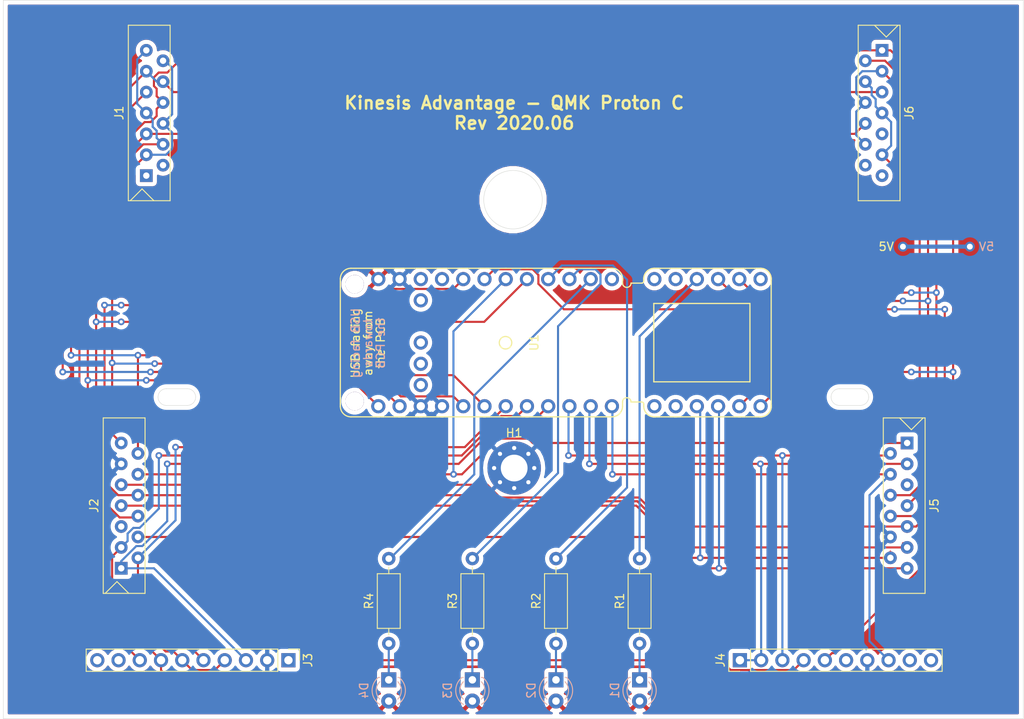
<source format=kicad_pcb>
(kicad_pcb (version 20171130) (host pcbnew "(5.1.6-0-10_14)")
  (layers (0 F.Cu signal) (31 B.Cu signal) (34 B.Paste user) (35 F.Paste user) (36 B.SilkS user) (37 F.SilkS user) (38 B.Mask user) (39 F.Mask user hide) (44 Edge.Cuts user))
  (net 0 "")
  (net 1 "Net-(D1-Pad2)")
  (net 2 "Net-(D1-Pad1)")
  (net 3 "Net-(D2-Pad1)")
  (net 4 "Net-(D3-Pad1)")
  (net 5 "Net-(D4-Pad1)")
  (net 6 "Net-(R1-Pad2)")
  (net 7 "Net-(R2-Pad2)")
  (net 8 "Net-(R3-Pad2)")
  (net 9 "Net-(R4-Pad2)")
  (net 10 "Net-(J1-Pad9)")
  (net 11 "Net-(J2-Pad10)")
  (net 12 "Net-(J2-Pad9)")
  (net 13 "Net-(J2-Pad8)")
  (net 14 "Net-(J5-Pad6)")
  (net 15 "Net-(J2-Pad4)")
  (net 16 "Net-(J4-Pad1)")
  (net 17 "Net-(J1-Pad5)")
  (net 18 "Net-(J4-Pad3)")
  (net 19 GND)
  (net 20 "Net-(J2-Pad3)")
  (net 21 "Net-(J2-Pad2)")
  (net 22 "Net-(J2-Pad1)")
  (net 23 "Net-(J5-Pad7)")
  (net 24 "Net-(J5-Pad8)")
  (net 25 "Net-(J2-Pad7)")
  (net 26 "Net-(J1-Pad13)")
  (net 27 "Net-(J1-Pad12)")
  (net 28 "Net-(J1-Pad10)")
  (net 29 "Net-(J1-Pad8)")
  (net 30 "Net-(J4-Pad8)")
  (module Molex_FPC:Molex_FFC-FPC_Easy-On_39-53-2135_13-Contact_Vertical (layer F.Cu) (at 194 38 270)
    (fp_text reference J6 (at 7.5 -3.25 270) (layer F.SilkS))
    (fp_text value "Left Function")
    (pad 1 thru_hole rect (at 0 0 270) (size 1.524 1.524) (drill 0.762) (layers *.Cu *.Mask) (net 29 "Net-(J1-Pad8)"))
    (pad 2 thru_hole circle (at 1.25 2 270) (size 1.524 1.524) (drill 0.762) (layers *.Cu *.Mask) (net 24 "Net-(J5-Pad8)"))
    (pad 3 thru_hole circle (at 2.5 0 270) (size 1.524 1.524) (drill 0.762) (layers *.Cu *.Mask) (net 23 "Net-(J5-Pad7)"))
    (pad 4 thru_hole circle (at 3.75 2 270) (size 1.524 1.524) (drill 0.762) (layers *.Cu *.Mask) (net 14 "Net-(J5-Pad6)"))
    (pad 5 thru_hole circle (at 5 0 270) (size 1.524 1.524) (drill 0.762) (layers *.Cu *.Mask) (net 28 "Net-(J1-Pad10)"))
    (pad 6 thru_hole circle (at 6.25 2 270) (size 1.524 1.524) (drill 0.762) (layers *.Cu *.Mask) (net 23 "Net-(J5-Pad7)"))
    (pad 7 thru_hole circle (at 7.5 0 270) (size 1.524 1.524) (drill 0.762) (layers *.Cu *.Mask) (net 14 "Net-(J5-Pad6)"))
    (pad 8 thru_hole circle (at 8.75 2 270) (size 1.524 1.524) (drill 0.762) (layers *.Cu *.Mask) (net 17 "Net-(J1-Pad5)"))
    (pad 9 thru_hole circle (at 10 0 270) (size 1.524 1.524) (drill 0.762) (layers *.Cu *.Mask))
    (pad 10 thru_hole circle (at 11.25 2 270) (size 1.524 1.524) (drill 0.762) (layers *.Cu *.Mask) (net 23 "Net-(J5-Pad7)"))
    (pad 11 thru_hole circle (at 12.5 0 270) (size 1.524 1.524) (drill 0.762) (layers *.Cu *.Mask) (net 14 "Net-(J5-Pad6)"))
    (pad 12 thru_hole circle (at 13.75 2 270) (size 1.524 1.524) (drill 0.762) (layers *.Cu *.Mask))
    (pad 13 thru_hole circle (at 15 0 270) (size 1.524 1.524) (drill 0.762) (layers *.Cu *.Mask))
  )
  (module Molex_FPC:Molex_FFC-FPC_Easy-On_39-53-2135_13-Contact_Vertical (layer F.Cu) (at 197 85 270)
    (fp_text reference J5 (at 7.5 -3.25 270) (layer F.SilkS))
    (fp_text value "Left Main")
    (pad 1 thru_hole rect (at 0 0 270) (size 1.524 1.524) (drill 0.762) (layers *.Cu *.Mask) (net 11 "Net-(J2-Pad10)"))
    (pad 2 thru_hole circle (at 1.25 2 270) (size 1.524 1.524) (drill 0.762) (layers *.Cu *.Mask) (net 18 "Net-(J4-Pad3)"))
    (pad 3 thru_hole circle (at 2.5 0 270) (size 1.524 1.524) (drill 0.762) (layers *.Cu *.Mask) (net 16 "Net-(J4-Pad1)"))
    (pad 4 thru_hole circle (at 3.75 2 270) (size 1.524 1.524) (drill 0.762) (layers *.Cu *.Mask) (net 30 "Net-(J4-Pad8)"))
    (pad 5 thru_hole circle (at 5 0 270) (size 1.524 1.524) (drill 0.762) (layers *.Cu *.Mask))
    (pad 6 thru_hole circle (at 6.25 2 270) (size 1.524 1.524) (drill 0.762) (layers *.Cu *.Mask) (net 14 "Net-(J5-Pad6)"))
    (pad 7 thru_hole circle (at 7.5 0 270) (size 1.524 1.524) (drill 0.762) (layers *.Cu *.Mask) (net 23 "Net-(J5-Pad7)"))
    (pad 8 thru_hole circle (at 8.75 2 270) (size 1.524 1.524) (drill 0.762) (layers *.Cu *.Mask) (net 24 "Net-(J5-Pad8)"))
    (pad 9 thru_hole circle (at 10 0 270) (size 1.524 1.524) (drill 0.762) (layers *.Cu *.Mask) (net 12 "Net-(J2-Pad9)"))
    (pad 10 thru_hole circle (at 11.25 2 270) (size 1.524 1.524) (drill 0.762) (layers *.Cu *.Mask) (net 19 GND))
    (pad 11 thru_hole circle (at 12.5 0 270) (size 1.524 1.524) (drill 0.762) (layers *.Cu *.Mask) (net 13 "Net-(J2-Pad8)"))
    (pad 12 thru_hole circle (at 13.75 2 270) (size 1.524 1.524) (drill 0.762) (layers *.Cu *.Mask) (net 25 "Net-(J2-Pad7)"))
    (pad 13 thru_hole circle (at 15 0 270) (size 1.524 1.524) (drill 0.762) (layers *.Cu *.Mask) (net 15 "Net-(J2-Pad4)"))
  )
  (module Molex_FPC:Molex_FFC-FPC_Easy-On_39-53-2135_13-Contact_Vertical (layer F.Cu) (at 103 100 90)
    (fp_text reference J2 (at 7.5 -3.25 -90) (layer F.SilkS))
    (fp_text value "Right Main")
    (pad 1 thru_hole rect (at 0 0 90) (size 1.524 1.524) (drill 0.762) (layers *.Cu *.Mask) (net 22 "Net-(J2-Pad1)"))
    (pad 2 thru_hole circle (at 1.25 2 90) (size 1.524 1.524) (drill 0.762) (layers *.Cu *.Mask) (net 21 "Net-(J2-Pad2)"))
    (pad 3 thru_hole circle (at 2.5 0 90) (size 1.524 1.524) (drill 0.762) (layers *.Cu *.Mask) (net 20 "Net-(J2-Pad3)"))
    (pad 4 thru_hole circle (at 3.75 2 90) (size 1.524 1.524) (drill 0.762) (layers *.Cu *.Mask) (net 15 "Net-(J2-Pad4)"))
    (pad 5 thru_hole circle (at 5 0 90) (size 1.524 1.524) (drill 0.762) (layers *.Cu *.Mask))
    (pad 6 thru_hole circle (at 6.25 2 90) (size 1.524 1.524) (drill 0.762) (layers *.Cu *.Mask) (net 26 "Net-(J1-Pad13)"))
    (pad 7 thru_hole circle (at 7.5 0 90) (size 1.524 1.524) (drill 0.762) (layers *.Cu *.Mask) (net 25 "Net-(J2-Pad7)"))
    (pad 8 thru_hole circle (at 8.75 2 90) (size 1.524 1.524) (drill 0.762) (layers *.Cu *.Mask) (net 13 "Net-(J2-Pad8)"))
    (pad 9 thru_hole circle (at 10 0 90) (size 1.524 1.524) (drill 0.762) (layers *.Cu *.Mask) (net 12 "Net-(J2-Pad9)"))
    (pad 10 thru_hole circle (at 11.25 2 90) (size 1.524 1.524) (drill 0.762) (layers *.Cu *.Mask) (net 11 "Net-(J2-Pad10)"))
    (pad 11 thru_hole circle (at 12.5 0 90) (size 1.524 1.524) (drill 0.762) (layers *.Cu *.Mask) (net 19 GND))
    (pad 12 thru_hole circle (at 13.75 2 90) (size 1.524 1.524) (drill 0.762) (layers *.Cu *.Mask) (net 10 "Net-(J1-Pad9)"))
    (pad 13 thru_hole circle (at 15 0 90) (size 1.524 1.524) (drill 0.762) (layers *.Cu *.Mask) (net 27 "Net-(J1-Pad12)"))
  )
  (module Molex_FPC:Molex_FFC-FPC_Easy-On_39-53-2135_13-Contact_Vertical (layer F.Cu) (at 106 53 90)
    (fp_text reference J1 (at 7.5 -3.25 -90) (layer F.SilkS))
    (fp_text value "Right Function")
    (pad 1 thru_hole rect (at 0 0 90) (size 1.524 1.524) (drill 0.762) (layers *.Cu *.Mask))
    (pad 2 thru_hole circle (at 1.25 2 90) (size 1.524 1.524) (drill 0.762) (layers *.Cu *.Mask))
    (pad 3 thru_hole circle (at 2.5 0 90) (size 1.524 1.524) (drill 0.762) (layers *.Cu *.Mask) (net 27 "Net-(J1-Pad12)"))
    (pad 4 thru_hole circle (at 3.75 2 90) (size 1.524 1.524) (drill 0.762) (layers *.Cu *.Mask) (net 26 "Net-(J1-Pad13)"))
    (pad 5 thru_hole circle (at 5 0 90) (size 1.524 1.524) (drill 0.762) (layers *.Cu *.Mask) (net 17 "Net-(J1-Pad5)"))
    (pad 6 thru_hole circle (at 6.25 2 90) (size 1.524 1.524) (drill 0.762) (layers *.Cu *.Mask) (net 27 "Net-(J1-Pad12)"))
    (pad 7 thru_hole circle (at 7.5 0 90) (size 1.524 1.524) (drill 0.762) (layers *.Cu *.Mask) (net 26 "Net-(J1-Pad13)"))
    (pad 8 thru_hole circle (at 8.75 2 90) (size 1.524 1.524) (drill 0.762) (layers *.Cu *.Mask) (net 29 "Net-(J1-Pad8)"))
    (pad 9 thru_hole circle (at 10 0 90) (size 1.524 1.524) (drill 0.762) (layers *.Cu *.Mask) (net 10 "Net-(J1-Pad9)"))
    (pad 10 thru_hole circle (at 11.25 2 90) (size 1.524 1.524) (drill 0.762) (layers *.Cu *.Mask) (net 28 "Net-(J1-Pad10)"))
    (pad 11 thru_hole circle (at 12.5 0 90) (size 1.524 1.524) (drill 0.762) (layers *.Cu *.Mask) (net 28 "Net-(J1-Pad10)"))
    (pad 12 thru_hole circle (at 13.75 2 90) (size 1.524 1.524) (drill 0.762) (layers *.Cu *.Mask) (net 27 "Net-(J1-Pad12)"))
    (pad 13 thru_hole circle (at 15 0 90) (size 1.524 1.524) (drill 0.762) (layers *.Cu *.Mask) (net 26 "Net-(J1-Pad13)"))
  )
  (module MountingHole:MountingHole_3.2mm_M3_Pad_Via (layer F.Cu) (at 150 88)
    (fp_text reference H1 (at 0 -4.2) (layer F.SilkS))
    (fp_text value MountingHole_Pad)
    (pad 1 thru_hole circle (at 1.697056 -1.697056) (size 0.8 0.8) (drill 0.5) (layers *.Cu *.Mask) (net 19 GND))
    (pad 1 thru_hole circle (at 0 -2.4) (size 0.8 0.8) (drill 0.5) (layers *.Cu *.Mask) (net 19 GND))
    (pad 1 thru_hole circle (at -1.697056 -1.697056) (size 0.8 0.8) (drill 0.5) (layers *.Cu *.Mask) (net 19 GND))
    (pad 1 thru_hole circle (at -2.4 0) (size 0.8 0.8) (drill 0.5) (layers *.Cu *.Mask) (net 19 GND))
    (pad 1 thru_hole circle (at -1.697056 1.697056) (size 0.8 0.8) (drill 0.5) (layers *.Cu *.Mask) (net 19 GND))
    (pad 1 thru_hole circle (at 0 2.4) (size 0.8 0.8) (drill 0.5) (layers *.Cu *.Mask) (net 19 GND))
    (pad 1 thru_hole circle (at 1.697056 1.697056) (size 0.8 0.8) (drill 0.5) (layers *.Cu *.Mask) (net 19 GND))
    (pad 1 thru_hole circle (at 2.4 0) (size 0.8 0.8) (drill 0.5) (layers *.Cu *.Mask) (net 19 GND))
    (pad 1 thru_hole circle (at 0 0) (size 6.4 6.4) (drill 3.2) (layers *.Cu *.Mask) (net 19 GND))
  )
  (module MCU_QMK:proton_c (layer F.Cu) (at 149 73 90)
    (fp_text reference U1 (at 0.01 3.39 90) (layer F.SilkS))
    (fp_text value proton_c)
    (fp_text user "USB facing" (at -0.05 -17.98 90) (layer F.SilkS))
    (fp_text user "USB facing" (at -0.05 -17.98 90) (layer B.SilkS) (effects (justify mirror)))
    (fp_text user towards (at -0.05 -16.48 90) (layer B.SilkS) (effects (justify mirror)))
    (fp_text user "the PCB" (at -0.05 -14.98 90) (layer F.SilkS))
    (fp_text user "away from" (at -0.05 -16.48 90) (layer F.SilkS))
    (fp_text user "the PCB" (at -0.05 -14.98 90) (layer B.SilkS) (effects (justify mirror)))
    (pad 5V thru_hole circle (at 7.615 -15.25 90) (size 1.7 1.7) (drill 1) (layers *.Cu *.Mask) (net 1 "Net-(D1-Pad2)"))
    (pad A10 thru_hole circle (at -7.6 -12.71 90) (size 1.7 1.7) (drill 1) (layers *.Cu *.Mask) (net 28 "Net-(J1-Pad10)"))
    (pad SCRE thru_hole circle (at 7.005 -18.0748 90) (size 2.2 2.2) (drill 2.2) (layers *.Cu *.Mask))
    (pad SCRE thru_hole circle (at -6.9904 -18.0748 90) (size 2.2 2.2) (drill 2.2) (layers *.Cu *.Mask))
    (pad A9 thru_hole circle (at -7.6 -15.25 90) (size 1.7 1.7) (drill 1) (layers *.Cu *.Mask) (net 17 "Net-(J1-Pad5)"))
    (pad D+ thru_hole circle (at -5.06 -10.17 90) (size 1.7 1.7) (drill 1) (layers *.Cu *.Mask))
    (pad GND thru_hole circle (at -7.6 -10.17 90) (size 1.7 1.7) (drill 1) (layers *.Cu *.Mask) (net 19 GND))
    (pad GND thru_hole circle (at -7.6 -7.63 90) (size 1.7 1.7) (drill 1) (layers *.Cu *.Mask) (net 19 GND))
    (pad B7 thru_hole circle (at -7.6 -5.09 90) (size 1.7 1.7) (drill 1) (layers *.Cu *.Mask) (net 27 "Net-(J1-Pad12)"))
    (pad B6 thru_hole circle (at -7.6 -2.55 90) (size 1.7 1.7) (drill 1) (layers *.Cu *.Mask) (net 10 "Net-(J1-Pad9)"))
    (pad D- thru_hole circle (at -2.52 -10.17 90) (size 1.7 1.7) (drill 1) (layers *.Cu *.Mask))
    (pad CHRG thru_hole circle (at 0.02 -10.17 90) (size 1.7 1.7) (drill 1) (layers *.Cu *.Mask))
    (pad B5 thru_hole circle (at -7.6 -0.01 90) (size 1.7 1.7) (drill 1) (layers *.Cu *.Mask) (net 21 "Net-(J2-Pad2)"))
    (pad B4 thru_hole circle (at -7.6 2.53 90) (size 1.7 1.7) (drill 1) (layers *.Cu *.Mask) (net 20 "Net-(J2-Pad3)"))
    (pad B3 thru_hole circle (at -7.6 5.07 90) (size 1.7 1.7) (drill 1) (layers *.Cu *.Mask) (net 22 "Net-(J2-Pad1)"))
    (pad B2 thru_hole circle (at -7.6 7.61 90) (size 1.7 1.7) (drill 1) (layers *.Cu *.Mask) (net 18 "Net-(J4-Pad3)"))
    (pad B1 thru_hole circle (at -7.6 10.15 90) (size 1.7 1.7) (drill 1) (layers *.Cu *.Mask) (net 16 "Net-(J4-Pad1)"))
    (pad B0 thru_hole circle (at -7.6 12.69 90) (size 1.7 1.7) (drill 1) (layers *.Cu *.Mask) (net 30 "Net-(J4-Pad8)"))
    (pad A5 thru_hole circle (at -7.6 20.31 90) (size 1.7 1.7) (drill 1) (layers *.Cu *.Mask))
    (pad A7 thru_hole circle (at -7.6 25.39 90) (size 1.7 1.7) (drill 1) (layers *.Cu *.Mask) (net 15 "Net-(J2-Pad4)"))
    (pad A8 thru_hole circle (at -7.6 27.93 90) (size 1.7 1.7) (drill 1) (layers *.Cu *.Mask) (net 29 "Net-(J1-Pad8)"))
    (pad A6 thru_hole circle (at -7.6 22.85 90) (size 1.7 1.7) (drill 1) (layers *.Cu *.Mask) (net 25 "Net-(J2-Pad7)"))
    (pad A15 thru_hole circle (at -7.6 30.47 90) (size 1.7 1.7) (drill 1) (layers *.Cu *.Mask) (net 14 "Net-(J5-Pad6)"))
    (pad A4 thru_hole circle (at -7.6 17.77 90) (size 1.7 1.7) (drill 1) (layers *.Cu *.Mask))
    (pad GND thru_hole circle (at 7.615 -12.71 90) (size 1.7 1.7) (drill 1) (layers *.Cu *.Mask) (net 19 GND))
    (pad DFU thru_hole circle (at 7.615 -10.17 90) (size 1.7 1.7) (drill 1) (layers *.Cu *.Mask))
    (pad A2 thru_hole circle (at 7.615 -5.09 90) (size 1.7 1.7) (drill 1) (layers *.Cu *.Mask) (net 13 "Net-(J2-Pad8)"))
    (pad A3|5v thru_hole circle (at 5.075 -10.17 90) (size 1.7 1.7) (drill 1) (layers *.Cu *.Mask))
    (pad 3.3V thru_hole circle (at 7.615 -7.63 90) (size 1.7 1.7) (drill 1) (layers *.Cu *.Mask))
    (pad A1 thru_hole circle (at 7.615 -2.55 90) (size 1.7 1.7) (drill 1) (layers *.Cu *.Mask) (net 12 "Net-(J2-Pad9)"))
    (pad A0 thru_hole circle (at 7.615 -0.01 90) (size 1.7 1.7) (drill 1) (layers *.Cu *.Mask) (net 11 "Net-(J2-Pad10)"))
    (pad B8 thru_hole circle (at 7.615 2.53 90) (size 1.7 1.7) (drill 1) (layers *.Cu *.Mask) (net 26 "Net-(J1-Pad13)"))
    (pad B14 thru_hole circle (at 7.615 7.61 90) (size 1.7 1.7) (drill 1) (layers *.Cu *.Mask) (net 8 "Net-(R3-Pad2)"))
    (pad B15 thru_hole circle (at 7.615 10.15 90) (size 1.7 1.7) (drill 1) (layers *.Cu *.Mask) (net 9 "Net-(R4-Pad2)"))
    (pad B13 thru_hole circle (at 7.615 5.07 90) (size 1.7 1.7) (drill 1) (layers *.Cu *.Mask) (net 7 "Net-(R2-Pad2)"))
    (pad B9 thru_hole circle (at 7.615 12.69 90) (size 1.7 1.7) (drill 1) (layers *.Cu *.Mask))
    (pad B11 thru_hole circle (at 7.615 20.31 90) (size 1.7 1.7) (drill 1) (layers *.Cu *.Mask))
    (pad B10 thru_hole circle (at 7.615 17.77 90) (size 1.7 1.7) (drill 1) (layers *.Cu *.Mask))
    (pad A14 thru_hole circle (at 7.615 25.39 90) (size 1.7 1.7) (drill 1) (layers *.Cu *.Mask) (net 23 "Net-(J5-Pad7)"))
    (pad B12 thru_hole circle (at 7.615 22.85 90) (size 1.7 1.7) (drill 1) (layers *.Cu *.Mask) (net 6 "Net-(R1-Pad2)"))
    (pad A13 thru_hole circle (at 7.615 27.93 90) (size 1.7 1.7) (drill 1) (layers *.Cu *.Mask) (net 24 "Net-(J5-Pad8)"))
    (pad RST thru_hole circle (at 7.615 30.47 90) (size 1.7 1.7) (drill 1) (layers *.Cu *.Mask))
  )
  (module Connector_PinHeader_2.54mm:PinHeader_1x10_P2.54mm_Vertical (layer F.Cu) (at 177 111 90)
    (fp_text reference J4 (at 0 -2.33 90) (layer F.SilkS))
    (fp_text value "Left Thumb")
    (pad 1 thru_hole rect (at 0 0 90) (size 1.7 1.7) (drill 1) (layers *.Cu *.Mask) (net 16 "Net-(J4-Pad1)"))
    (pad 2 thru_hole oval (at 0 2.54 90) (size 1.7 1.7) (drill 1) (layers *.Cu *.Mask) (net 16 "Net-(J4-Pad1)"))
    (pad 3 thru_hole oval (at 0 5.08 90) (size 1.7 1.7) (drill 1) (layers *.Cu *.Mask) (net 18 "Net-(J4-Pad3)"))
    (pad 4 thru_hole oval (at 0 7.62 90) (size 1.7 1.7) (drill 1) (layers *.Cu *.Mask) (net 17 "Net-(J1-Pad5)"))
    (pad 5 thru_hole oval (at 0 10.16 90) (size 1.7 1.7) (drill 1) (layers *.Cu *.Mask) (net 29 "Net-(J1-Pad8)"))
    (pad 6 thru_hole oval (at 0 12.7 90) (size 1.7 1.7) (drill 1) (layers *.Cu *.Mask))
    (pad 7 thru_hole oval (at 0 15.24 90) (size 1.7 1.7) (drill 1) (layers *.Cu *.Mask) (net 19 GND))
    (pad 8 thru_hole oval (at 0 17.78 90) (size 1.7 1.7) (drill 1) (layers *.Cu *.Mask) (net 30 "Net-(J4-Pad8)"))
    (pad 9 thru_hole oval (at 0 20.32 90) (size 1.7 1.7) (drill 1) (layers *.Cu *.Mask))
    (pad 10 thru_hole oval (at 0 22.86 90) (size 1.7 1.7) (drill 1) (layers *.Cu *.Mask))
  )
  (module Connector_PinHeader_2.54mm:PinHeader_1x10_P2.54mm_Vertical (layer F.Cu) (at 123 111 270)
    (fp_text reference J3 (at 0 -2.33 90) (layer F.SilkS))
    (fp_text value "Right Thumb")
    (pad 1 thru_hole rect (at 0 0 270) (size 1.7 1.7) (drill 1) (layers *.Cu *.Mask))
    (pad 2 thru_hole oval (at 0 2.54 270) (size 1.7 1.7) (drill 1) (layers *.Cu *.Mask) (net 19 GND))
    (pad 3 thru_hole oval (at 0 5.08 270) (size 1.7 1.7) (drill 1) (layers *.Cu *.Mask) (net 22 "Net-(J2-Pad1)"))
    (pad 4 thru_hole oval (at 0 7.62 270) (size 1.7 1.7) (drill 1) (layers *.Cu *.Mask) (net 20 "Net-(J2-Pad3)"))
    (pad 5 thru_hole oval (at 0 10.16 270) (size 1.7 1.7) (drill 1) (layers *.Cu *.Mask) (net 21 "Net-(J2-Pad2)"))
    (pad 6 thru_hole oval (at 0 12.7 270) (size 1.7 1.7) (drill 1) (layers *.Cu *.Mask) (net 20 "Net-(J2-Pad3)"))
    (pad 7 thru_hole oval (at 0 15.24 270) (size 1.7 1.7) (drill 1) (layers *.Cu *.Mask) (net 17 "Net-(J1-Pad5)"))
    (pad 8 thru_hole oval (at 0 17.78 270) (size 1.7 1.7) (drill 1) (layers *.Cu *.Mask) (net 29 "Net-(J1-Pad8)"))
    (pad 9 thru_hole oval (at 0 20.32 270) (size 1.7 1.7) (drill 1) (layers *.Cu *.Mask))
    (pad 10 thru_hole oval (at 0 22.86 270) (size 1.7 1.7) (drill 1) (layers *.Cu *.Mask))
  )
  (module Resistor_THT:R_Axial_DIN0207_L6.3mm_D2.5mm_P10.16mm_Horizontal (layer F.Cu) (at 135 109 90)
    (fp_text reference R4 (at 5.08 -2.37 90) (layer F.SilkS))
    (fp_text value 75ohms)
    (pad 2 thru_hole oval (at 10.16 0 90) (size 1.6 1.6) (drill 0.8) (layers *.Cu *.Mask) (net 9 "Net-(R4-Pad2)"))
    (pad 1 thru_hole circle (at 0 0 90) (size 1.6 1.6) (drill 0.8) (layers *.Cu *.Mask) (net 5 "Net-(D4-Pad1)"))
  )
  (module Resistor_THT:R_Axial_DIN0207_L6.3mm_D2.5mm_P10.16mm_Horizontal (layer F.Cu) (at 145 109 90)
    (fp_text reference R3 (at 5.08 -2.37 90) (layer F.SilkS))
    (fp_text value 75ohms)
    (pad 1 thru_hole circle (at 0 0 90) (size 1.6 1.6) (drill 0.8) (layers *.Cu *.Mask) (net 4 "Net-(D3-Pad1)"))
    (pad 2 thru_hole oval (at 10.16 0 90) (size 1.6 1.6) (drill 0.8) (layers *.Cu *.Mask) (net 8 "Net-(R3-Pad2)"))
  )
  (module Resistor_THT:R_Axial_DIN0207_L6.3mm_D2.5mm_P10.16mm_Horizontal (layer F.Cu) (at 155 109 90)
    (fp_text reference R2 (at 5.08 -2.37 90) (layer F.SilkS))
    (fp_text value 75ohms)
    (pad 2 thru_hole oval (at 10.16 0 90) (size 1.6 1.6) (drill 0.8) (layers *.Cu *.Mask) (net 7 "Net-(R2-Pad2)"))
    (pad 1 thru_hole circle (at 0 0 90) (size 1.6 1.6) (drill 0.8) (layers *.Cu *.Mask) (net 3 "Net-(D2-Pad1)"))
  )
  (module Resistor_THT:R_Axial_DIN0207_L6.3mm_D2.5mm_P10.16mm_Horizontal (layer F.Cu) (at 165 109 90)
    (fp_text reference R1 (at 5.08 -2.37 90) (layer F.SilkS))
    (fp_text value 75ohms)
    (pad 2 thru_hole oval (at 10.16 0 90) (size 1.6 1.6) (drill 0.8) (layers *.Cu *.Mask) (net 6 "Net-(R1-Pad2)"))
    (pad 1 thru_hole circle (at 0 0 90) (size 1.6 1.6) (drill 0.8) (layers *.Cu *.Mask) (net 2 "Net-(D1-Pad1)"))
  )
  (module LED_THT:LED_D3.0mm (layer B.Cu) (at 135 113.35 270)
    (fp_text reference D4 (at 1.27 2.96 270) (layer B.SilkS) (effects (justify mirror)))
    (fp_text value LED)
    (pad 2 thru_hole circle (at 2.54 0 270) (size 1.8 1.8) (drill 0.9) (layers *.Cu *.Mask) (net 1 "Net-(D1-Pad2)"))
    (pad 1 thru_hole rect (at 0 0 270) (size 1.8 1.8) (drill 0.9) (layers *.Cu *.Mask) (net 5 "Net-(D4-Pad1)"))
  )
  (module LED_THT:LED_D3.0mm (layer B.Cu) (at 145 113.35 270)
    (fp_text reference D3 (at 1.27 2.96 270) (layer B.SilkS) (effects (justify mirror)))
    (fp_text value LED)
    (pad 1 thru_hole rect (at 0 0 270) (size 1.8 1.8) (drill 0.9) (layers *.Cu *.Mask) (net 4 "Net-(D3-Pad1)"))
    (pad 2 thru_hole circle (at 2.54 0 270) (size 1.8 1.8) (drill 0.9) (layers *.Cu *.Mask) (net 1 "Net-(D1-Pad2)"))
  )
  (module LED_THT:LED_D3.0mm (layer B.Cu) (at 155 113.35 270)
    (fp_text reference D2 (at 1.27 2.96 270) (layer B.SilkS) (effects (justify mirror)))
    (fp_text value LED)
    (pad 2 thru_hole circle (at 2.54 0 270) (size 1.8 1.8) (drill 0.9) (layers *.Cu *.Mask) (net 1 "Net-(D1-Pad2)"))
    (pad 1 thru_hole rect (at 0 0 270) (size 1.8 1.8) (drill 0.9) (layers *.Cu *.Mask) (net 3 "Net-(D2-Pad1)"))
  )
  (module LED_THT:LED_D3.0mm (layer B.Cu) (at 165 113.35 270)
    (fp_text reference D1 (at 1.27 2.96 270) (layer B.SilkS) (effects (justify mirror)))
    (fp_text value LED)
    (pad 2 thru_hole circle (at 2.54 0 270) (size 1.8 1.8) (drill 0.9) (layers *.Cu *.Mask) (net 1 "Net-(D1-Pad2)"))
    (pad 1 thru_hole rect (at 0 0 270) (size 1.8 1.8) (drill 0.9) (layers *.Cu *.Mask) (net 2 "Net-(D1-Pad1)"))
  )
  (gr_text "Kinesis Advantage - QMK Proton C\nRev 2020.06" (at 150 45.5) (layer F.SilkS) (effects (font (size 1.5 1.5) (thickness 0.3))))
  (gr_text 5V (at 206.5 61.5) (layer B.SilkS) (effects (font (size 1 1)) (justify mirror)))
  (gr_text 5V (at 194.5 61.5) (layer F.SilkS) (effects (font (size 1 1))))
  (gr_arc (start 191.4011 79.5036) (end 191.4011 78.5036) (angle 90) (layer Edge.Cuts) (width 0.05))
  (gr_arc (start 191.4011 79.5036) (end 192.4011 79.5036) (angle 90) (layer Edge.Cuts) (width 0.05))
  (gr_arc (start 188.9011 79.5036) (end 188.9011 80.5036) (angle 90) (layer Edge.Cuts) (width 0.05))
  (gr_arc (start 188.9011 79.5036) (end 187.9011 79.5036) (angle 90) (layer Edge.Cuts) (width 0.05))
  (gr_arc (start 110.9011 79.5036) (end 110.9011 78.5036) (angle 90) (layer Edge.Cuts) (width 0.05))
  (gr_arc (start 110.9011 79.5036) (end 111.9011 79.5036) (angle 90) (layer Edge.Cuts) (width 0.05))
  (gr_arc (start 108.4011 79.5036) (end 108.4011 80.5036) (angle 90) (layer Edge.Cuts) (width 0.05))
  (gr_arc (start 108.4011 79.5036) (end 107.4011 79.5036) (angle 90) (layer Edge.Cuts) (width 0.05))
  (gr_line (start 188.9011 78.5036) (end 191.4011 78.5036) (layer Edge.Cuts) (width 0.05))
  (gr_line (start 108.4011 78.5036) (end 110.9011 78.5036) (layer Edge.Cuts) (width 0.05))
  (gr_line (start 188.9011 80.5036) (end 191.4011 80.5036) (layer Edge.Cuts) (width 0.05))
  (gr_line (start 108.4011 80.5036) (end 110.9011 80.5036) (layer Edge.Cuts) (width 0.05))
  (gr_line (start 88.9011 32.0036) (end 88.9011 118.0036) (layer Edge.Cuts) (width 0.05))
  (gr_line (start 210.9011 32.0036) (end 88.9011 32.0036) (layer Edge.Cuts) (width 0.05))
  (gr_line (start 210.9011 118.0036) (end 210.9011 32.0036) (layer Edge.Cuts) (width 0.05))
  (gr_line (start 88.9011 118.0036) (end 210.9011 118.0036) (layer Edge.Cuts) (width 0.05))
  (gr_circle (center 149.86 55.88) (end 149.86 59.38) (layer Edge.Cuts) (width 0.05))
  (via (at 196.5 61.5) (size 1.2) (drill 0.7) (layers F.Cu B.Cu) (net 1))
  (via (at 204.5 61.5) (size 1.2) (drill 0.7) (layers F.Cu B.Cu) (net 1))
  (segment (start 196.5 61.5) (end 204.5 61.5) (width 0.5) (layer B.Cu) (net 1))
  (segment (start 165 113.35) (end 165 109) (width 0.25) (layer B.Cu) (net 2))
  (segment (start 155 109) (end 155 113.35) (width 0.25) (layer B.Cu) (net 3))
  (segment (start 145 109) (end 145 113.35) (width 0.25) (layer B.Cu) (net 4))
  (segment (start 135 109) (end 135 113.35) (width 0.25) (layer B.Cu) (net 5))
  (segment (start 165 72.235) (end 171.85 65.385) (width 0.25) (layer B.Cu) (net 6))
  (segment (start 165 98.84) (end 165 72.235) (width 0.25) (layer B.Cu) (net 6))
  (segment (start 155.69501 63.75999) (end 154.07 65.385) (width 0.25) (layer B.Cu) (net 7))
  (segment (start 163.5 90.34) (end 163.5 65.455998) (width 0.25) (layer B.Cu) (net 7))
  (segment (start 161.803992 63.75999) (end 155.69501 63.75999) (width 0.25) (layer B.Cu) (net 7))
  (segment (start 163.5 65.455998) (end 161.803992 63.75999) (width 0.25) (layer B.Cu) (net 7))
  (segment (start 155 98.84) (end 163.5 90.34) (width 0.25) (layer B.Cu) (net 7))
  (segment (start 157.785001 64.209999) (end 156.61 65.385) (width 0.25) (layer B.Cu) (net 8))
  (segment (start 159.714001 64.209999) (end 157.785001 64.209999) (width 0.25) (layer B.Cu) (net 8))
  (segment (start 160.325001 64.820999) (end 159.714001 64.209999) (width 0.25) (layer B.Cu) (net 8))
  (segment (start 160.325001 65.949001) (end 160.325001 64.820999) (width 0.25) (layer B.Cu) (net 8))
  (segment (start 155.245001 71.029001) (end 160.325001 65.949001) (width 0.25) (layer B.Cu) (net 8))
  (segment (start 155.245001 88.594999) (end 155.245001 71.029001) (width 0.25) (layer B.Cu) (net 8))
  (segment (start 145 98.84) (end 155.245001 88.594999) (width 0.25) (layer B.Cu) (net 8))
  (segment (start 135.145685 98.84) (end 135 98.84) (width 0.25) (layer B.Cu) (net 9))
  (segment (start 145.225003 88.760682) (end 135.145685 98.84) (width 0.25) (layer B.Cu) (net 9))
  (segment (start 145.225003 79.309997) (end 145.225003 88.760682) (width 0.25) (layer B.Cu) (net 9))
  (segment (start 159.15 65.385) (end 145.225003 79.309997) (width 0.25) (layer B.Cu) (net 9))
  (via (at 105 74.5) (size 0.8) (drill 0.4) (layers F.Cu B.Cu) (net 10))
  (segment (start 135.384999 76.884999) (end 133 74.5) (width 0.25) (layer F.Cu) (net 10))
  (segment (start 105 86) (end 105 74.5) (width 0.25) (layer F.Cu) (net 10))
  (segment (start 146.45 80.6) (end 142.734999 76.884999) (width 0.25) (layer F.Cu) (net 10))
  (segment (start 142.734999 76.884999) (end 135.384999 76.884999) (width 0.25) (layer F.Cu) (net 10))
  (segment (start 133 74.5) (end 105 74.5) (width 0.25) (layer F.Cu) (net 10))
  (via (at 97 74.5) (size 0.8) (drill 0.4) (layers F.Cu B.Cu) (net 10))
  (segment (start 106 43) (end 97 52) (width 0.25) (layer F.Cu) (net 10))
  (segment (start 97 52) (end 97 74.5) (width 0.25) (layer F.Cu) (net 10))
  (segment (start 105 74.5) (end 97 74.5) (width 0.25) (layer B.Cu) (net 10))
  (segment (start 143.75 88.75) (end 148.025001 84.474999) (width 0.25) (layer F.Cu) (net 11))
  (segment (start 142.734999 88.734999) (end 142.75 88.75) (width 0.25) (layer B.Cu) (net 11))
  (segment (start 142.75 88.75) (end 143.75 88.75) (width 0.25) (layer F.Cu) (net 11))
  (segment (start 142.734999 71.640001) (end 142.734999 88.734999) (width 0.25) (layer B.Cu) (net 11))
  (segment (start 148.99 65.385) (end 142.734999 71.640001) (width 0.25) (layer B.Cu) (net 11))
  (via (at 142.75 88.75) (size 0.8) (drill 0.4) (layers F.Cu B.Cu) (net 11))
  (segment (start 105 88.75) (end 142.75 88.75) (width 0.25) (layer F.Cu) (net 11))
  (segment (start 151.692001 84.474999) (end 148.025001 84.474999) (width 0.25) (layer F.Cu) (net 11))
  (segment (start 152.217002 85) (end 151.692001 84.474999) (width 0.25) (layer F.Cu) (net 11))
  (segment (start 197 85) (end 152.217002 85) (width 0.25) (layer F.Cu) (net 11))
  (segment (start 146.782998 90) (end 103 90) (width 0.25) (layer F.Cu) (net 12))
  (segment (start 148.307999 91.525001) (end 146.782998 90) (width 0.25) (layer F.Cu) (net 12))
  (segment (start 168.386411 95) (end 164.911412 91.525001) (width 0.25) (layer F.Cu) (net 12))
  (segment (start 164.911412 91.525001) (end 148.307999 91.525001) (width 0.25) (layer F.Cu) (net 12))
  (segment (start 197 95) (end 168.386411 95) (width 0.25) (layer F.Cu) (net 12))
  (segment (start 152.894999 64.894999) (end 152.894999 65.949001) (width 0.25) (layer F.Cu) (net 12))
  (segment (start 152.209999 64.209999) (end 152.894999 64.894999) (width 0.25) (layer F.Cu) (net 12))
  (segment (start 147.625001 64.209999) (end 152.209999 64.209999) (width 0.25) (layer F.Cu) (net 12))
  (segment (start 152.894999 65.949001) (end 155.945998 69) (width 0.25) (layer F.Cu) (net 12))
  (segment (start 146.45 65.385) (end 147.625001 64.209999) (width 0.25) (layer F.Cu) (net 12))
  (segment (start 155.945998 69) (end 195.5 69) (width 0.25) (layer F.Cu) (net 12))
  (via (at 195.5 69) (size 0.8) (drill 0.4) (layers F.Cu B.Cu) (net 12))
  (via (at 201.5 69) (size 0.8) (drill 0.4) (layers F.Cu B.Cu) (net 12))
  (segment (start 195.5 69) (end 201.5 69) (width 0.25) (layer B.Cu) (net 12))
  (segment (start 198.07763 95) (end 197 95) (width 0.25) (layer F.Cu) (net 12))
  (segment (start 201.5 91.57763) (end 198.07763 95) (width 0.25) (layer F.Cu) (net 12))
  (segment (start 201.5 69) (end 201.5 91.57763) (width 0.25) (layer F.Cu) (net 12))
  (segment (start 197 97.5) (end 196.5 97) (width 0.25) (layer F.Cu) (net 13))
  (via (at 101 68.5) (size 0.8) (drill 0.4) (layers F.Cu B.Cu) (net 13))
  (segment (start 102.641238 91.25) (end 105 91.25) (width 0.25) (layer F.Cu) (net 13))
  (segment (start 101 89.608762) (end 102.641238 91.25) (width 0.25) (layer F.Cu) (net 13))
  (segment (start 101 68.5) (end 101 89.608762) (width 0.25) (layer F.Cu) (net 13))
  (via (at 102.999998 68.5) (size 0.8) (drill 0.4) (layers F.Cu B.Cu) (net 13))
  (segment (start 101 68.5) (end 102.999998 68.5) (width 0.25) (layer B.Cu) (net 13))
  (segment (start 143.91 65.385) (end 142.734999 66.560001) (width 0.25) (layer F.Cu) (net 13))
  (segment (start 142.734999 66.560001) (end 134.939999 66.560001) (width 0.25) (layer F.Cu) (net 13))
  (segment (start 134.939999 66.560001) (end 133 68.5) (width 0.25) (layer F.Cu) (net 13))
  (segment (start 133 68.5) (end 102.999998 68.5) (width 0.25) (layer F.Cu) (net 13))
  (segment (start 147.396588 91.25) (end 105 91.25) (width 0.25) (layer F.Cu) (net 13))
  (segment (start 148.121599 91.975012) (end 147.396588 91.25) (width 0.25) (layer F.Cu) (net 13))
  (segment (start 164.725013 91.975012) (end 148.121599 91.975012) (width 0.25) (layer F.Cu) (net 13))
  (segment (start 170.250001 97.5) (end 164.725013 91.975012) (width 0.25) (layer F.Cu) (net 13))
  (segment (start 197 97.5) (end 170.250001 97.5) (width 0.25) (layer F.Cu) (net 13))
  (segment (start 195.087001 49.412999) (end 194 50.5) (width 0.25) (layer B.Cu) (net 14))
  (segment (start 195.087001 46.587001) (end 195.087001 49.412999) (width 0.25) (layer B.Cu) (net 14))
  (segment (start 194 45.5) (end 195.087001 46.587001) (width 0.25) (layer B.Cu) (net 14))
  (segment (start 192.761999 42.511999) (end 192 41.75) (width 0.25) (layer B.Cu) (net 14))
  (segment (start 192.761999 43.370761) (end 192.761999 42.511999) (width 0.25) (layer B.Cu) (net 14))
  (segment (start 193.238001 44.738001) (end 193.238001 43.846763) (width 0.25) (layer B.Cu) (net 14))
  (segment (start 193.238001 43.846763) (end 192.761999 43.370761) (width 0.25) (layer B.Cu) (net 14))
  (segment (start 194 45.5) (end 193.238001 44.738001) (width 0.25) (layer B.Cu) (net 14))
  (segment (start 197.358762 91.25) (end 195 91.25) (width 0.25) (layer F.Cu) (net 14))
  (segment (start 198.5 90.108762) (end 197.358762 91.25) (width 0.25) (layer F.Cu) (net 14))
  (segment (start 198.5 55) (end 198.5 90.108762) (width 0.25) (layer F.Cu) (net 14))
  (segment (start 194 50.5) (end 198.5 55) (width 0.25) (layer F.Cu) (net 14))
  (segment (start 198.5 77.5) (end 198.5 76.5) (width 0.25) (layer F.Cu) (net 14))
  (segment (start 182.57 77.5) (end 198.5 77.5) (width 0.25) (layer F.Cu) (net 14))
  (segment (start 179.47 80.6) (end 182.57 77.5) (width 0.25) (layer F.Cu) (net 14))
  (segment (start 197 100) (end 197.09 100) (width 0.25) (layer F.Cu) (net 15))
  (segment (start 105 96.25) (end 105 96) (width 0.25) (layer F.Cu) (net 15))
  (segment (start 105 96) (end 105.22 96.25) (width 0.25) (layer F.Cu) (net 15))
  (segment (start 105 96.25) (end 105 96.422) (width 0.25) (layer F.Cu) (net 15))
  (segment (start 197 100) (end 174.5 100) (width 0.25) (layer F.Cu) (net 15))
  (via (at 174.5 100) (size 0.8) (drill 0.4) (layers F.Cu B.Cu) (net 15))
  (segment (start 174.5 80.71) (end 174.39 80.6) (width 0.25) (layer B.Cu) (net 15))
  (segment (start 174.5 100) (end 174.5 80.71) (width 0.25) (layer B.Cu) (net 15))
  (segment (start 170.5 100) (end 174.5 100) (width 0.25) (layer F.Cu) (net 15))
  (segment (start 166.75 96.25) (end 170.5 100) (width 0.25) (layer F.Cu) (net 15))
  (segment (start 105 96.25) (end 166.75 96.25) (width 0.25) (layer F.Cu) (net 15))
  (segment (start 177 111) (end 179.54 111) (width 0.25) (layer B.Cu) (net 16))
  (segment (start 179.54 111) (end 179.54 111.13) (width 0.25) (layer B.Cu) (net 16))
  (segment (start 159 87.5) (end 159 80.75) (width 0.25) (layer B.Cu) (net 16))
  (segment (start 159 80.75) (end 159.15 80.6) (width 0.25) (layer B.Cu) (net 16))
  (via (at 159 87.5) (size 0.8) (drill 0.4) (layers F.Cu B.Cu) (net 16))
  (segment (start 161.926998 87.5) (end 159 87.5) (width 0.25) (layer F.Cu) (net 16))
  (via (at 179.448 87.5) (size 0.8) (drill 0.4) (layers F.Cu B.Cu) (net 16))
  (segment (start 179.54 111) (end 179.54 87.592) (width 0.25) (layer B.Cu) (net 16))
  (segment (start 179.54 87.592) (end 179.448 87.5) (width 0.25) (layer B.Cu) (net 16))
  (segment (start 179.448 87.5) (end 161.926998 87.5) (width 0.25) (layer F.Cu) (net 16))
  (segment (start 197 87.5) (end 179.448 87.5) (width 0.25) (layer F.Cu) (net 16))
  (segment (start 133.75 80.6) (end 130.65 77.5) (width 0.25) (layer F.Cu) (net 17))
  (segment (start 123.5 77.5) (end 123 77.5) (width 0.25) (layer F.Cu) (net 17))
  (segment (start 130.65 77.5) (end 123.5 77.5) (width 0.25) (layer F.Cu) (net 17))
  (segment (start 190.75 48) (end 192 46.75) (width 0.25) (layer F.Cu) (net 17))
  (segment (start 106 48) (end 190.75 48) (width 0.25) (layer F.Cu) (net 17))
  (via (at 99 77.5) (size 0.8) (drill 0.4) (layers F.Cu B.Cu) (net 17))
  (segment (start 123.5 77.5) (end 106 77.5) (width 0.25) (layer F.Cu) (net 17))
  (segment (start 99 102.24) (end 107.76 111) (width 0.25) (layer F.Cu) (net 17))
  (segment (start 99 55) (end 99 102.24) (width 0.25) (layer F.Cu) (net 17))
  (segment (start 106 48) (end 99 55) (width 0.25) (layer F.Cu) (net 17))
  (segment (start 106 77.5) (end 99 77.5) (width 0.25) (layer B.Cu) (net 17))
  (via (at 106 77.5) (size 0.8) (drill 0.4) (layers F.Cu B.Cu) (net 17))
  (segment (start 126.5 111) (end 174.714998 111) (width 0.25) (layer F.Cu) (net 17))
  (segment (start 108.18293 112.625011) (end 124.874989 112.625011) (width 0.25) (layer F.Cu) (net 17))
  (segment (start 124.874989 112.625011) (end 126.5 111) (width 0.25) (layer F.Cu) (net 17))
  (segment (start 107.76 112.202081) (end 108.18293 112.625011) (width 0.25) (layer F.Cu) (net 17))
  (segment (start 107.76 111) (end 107.76 112.202081) (width 0.25) (layer F.Cu) (net 17))
  (segment (start 175.889999 112.175001) (end 174.714998 111) (width 0.25) (layer F.Cu) (net 17))
  (segment (start 183.444999 112.175001) (end 175.889999 112.175001) (width 0.25) (layer F.Cu) (net 17))
  (segment (start 184.62 111) (end 183.444999 112.175001) (width 0.25) (layer F.Cu) (net 17))
  (segment (start 194.75 86.5) (end 195 86.25) (width 0.25) (layer F.Cu) (net 18))
  (segment (start 182.08 86.5) (end 194.75 86.5) (width 0.25) (layer F.Cu) (net 18))
  (segment (start 182.08 86.5) (end 156.5 86.5) (width 0.25) (layer F.Cu) (net 18))
  (via (at 156.5 86.5) (size 0.8) (drill 0.4) (layers F.Cu B.Cu) (net 18))
  (segment (start 156.5 80.71) (end 156.61 80.6) (width 0.25) (layer B.Cu) (net 18))
  (segment (start 156.5 86.5) (end 156.5 80.71) (width 0.25) (layer B.Cu) (net 18))
  (via (at 182.08 86.499996) (size 0.8) (drill 0.4) (layers F.Cu B.Cu) (net 18))
  (segment (start 182.08 111) (end 182.08 86.499996) (width 0.25) (layer B.Cu) (net 18))
  (segment (start 182.08 86.5) (end 182.08 86.499996) (width 0.25) (layer F.Cu) (net 18))
  (segment (start 101.912999 98.587001) (end 103 97.5) (width 0.25) (layer F.Cu) (net 20))
  (segment (start 109.250011 109.950011) (end 108.3136 109.950011) (width 0.25) (layer F.Cu) (net 20))
  (segment (start 110.3 111) (end 109.250011 109.950011) (width 0.25) (layer F.Cu) (net 20))
  (segment (start 108.3136 109.950011) (end 101.912999 103.54941) (width 0.25) (layer F.Cu) (net 20))
  (segment (start 101.912999 103.54941) (end 101.912999 98.587001) (width 0.25) (layer F.Cu) (net 20))
  (segment (start 111.475001 112.175001) (end 110.3 111) (width 0.25) (layer F.Cu) (net 20))
  (segment (start 114.204999 112.175001) (end 111.475001 112.175001) (width 0.25) (layer F.Cu) (net 20))
  (segment (start 115.38 111) (end 114.204999 112.175001) (width 0.25) (layer F.Cu) (net 20))
  (via (at 107.5 86.5) (size 0.8) (drill 0.4) (layers F.Cu B.Cu) (net 20))
  (segment (start 151.53 80.6) (end 150.354999 81.775001) (width 0.25) (layer F.Cu) (net 20))
  (segment (start 150.354999 81.775001) (end 148.451409 81.775001) (width 0.25) (layer F.Cu) (net 20))
  (segment (start 103 97.5) (end 103.761999 96.738001) (width 0.25) (layer B.Cu) (net 20))
  (segment (start 103.761999 96.738001) (end 103.761999 95.846763) (width 0.25) (layer B.Cu) (net 20))
  (segment (start 148.451409 81.775001) (end 143.72641 86.5) (width 0.25) (layer F.Cu) (net 20))
  (segment (start 143.72641 86.5) (end 107.5 86.5) (width 0.25) (layer F.Cu) (net 20))
  (segment (start 105.195763 95.162999) (end 107.5 92.858762) (width 0.25) (layer B.Cu) (net 20))
  (segment (start 107.5 92.858762) (end 107.5 86.5) (width 0.25) (layer B.Cu) (net 20))
  (segment (start 103.761999 95.846763) (end 104.445763 95.162999) (width 0.25) (layer B.Cu) (net 20))
  (segment (start 104.445763 95.162999) (end 105.195763 95.162999) (width 0.25) (layer B.Cu) (net 20))
  (segment (start 105 103.16) (end 112.84 111) (width 0.25) (layer F.Cu) (net 21))
  (segment (start 105 98.75) (end 105 103.16) (width 0.25) (layer F.Cu) (net 21))
  (via (at 109.5 85.5) (size 0.8) (drill 0.4) (layers F.Cu B.Cu) (net 21))
  (segment (start 109.5 94.25) (end 109.5 85.5) (width 0.25) (layer B.Cu) (net 21))
  (segment (start 105 98.75) (end 109.5 94.25) (width 0.25) (layer B.Cu) (net 21))
  (segment (start 148.99 80.6) (end 144.09 85.5) (width 0.25) (layer F.Cu) (net 21))
  (segment (start 144.09 85.5) (end 109.5 85.5) (width 0.25) (layer F.Cu) (net 21))
  (segment (start 106.92 100) (end 117.92 111) (width 0.25) (layer B.Cu) (net 22))
  (segment (start 103 100) (end 106.92 100) (width 0.25) (layer B.Cu) (net 22))
  (segment (start 108.5 94.358762) (end 108.5 87.5) (width 0.25) (layer B.Cu) (net 22))
  (via (at 108.5 87.5) (size 0.8) (drill 0.4) (layers F.Cu B.Cu) (net 22))
  (segment (start 104.804237 97.337001) (end 105.521761 97.337001) (width 0.25) (layer B.Cu) (net 22))
  (segment (start 105.521761 97.337001) (end 108.5 94.358762) (width 0.25) (layer B.Cu) (net 22))
  (segment (start 154.07 80.6) (end 150.64501 84.02499) (width 0.25) (layer F.Cu) (net 22))
  (segment (start 146.838215 84.02499) (end 143.363205 87.5) (width 0.25) (layer F.Cu) (net 22))
  (segment (start 150.64501 84.02499) (end 146.838215 84.02499) (width 0.25) (layer F.Cu) (net 22))
  (segment (start 103 100) (end 103 99.141238) (width 0.25) (layer B.Cu) (net 22))
  (segment (start 143.363205 87.5) (end 108.5 87.5) (width 0.25) (layer F.Cu) (net 22))
  (segment (start 103 99.141238) (end 104.804237 97.337001) (width 0.25) (layer B.Cu) (net 22))
  (segment (start 199.5 90) (end 197 92.5) (width 0.25) (layer F.Cu) (net 23))
  (segment (start 199.5 46) (end 199.5 90) (width 0.25) (layer F.Cu) (net 23))
  (segment (start 194 40.5) (end 199.5 46) (width 0.25) (layer F.Cu) (net 23))
  (via (at 199.5 68) (size 0.8) (drill 0.4) (layers F.Cu B.Cu) (net 23))
  (segment (start 190.912999 43.162999) (end 192 44.25) (width 0.25) (layer B.Cu) (net 23))
  (segment (start 190.912999 41.228239) (end 190.912999 43.162999) (width 0.25) (layer B.Cu) (net 23))
  (segment (start 191.641238 40.5) (end 190.912999 41.228239) (width 0.25) (layer B.Cu) (net 23))
  (segment (start 194 40.5) (end 191.641238 40.5) (width 0.25) (layer B.Cu) (net 23))
  (segment (start 190.912999 45.337001) (end 190.912999 48.162999) (width 0.25) (layer B.Cu) (net 23))
  (segment (start 190.912999 48.162999) (end 192 49.25) (width 0.25) (layer B.Cu) (net 23))
  (segment (start 192 44.25) (end 190.912999 45.337001) (width 0.25) (layer B.Cu) (net 23))
  (segment (start 199.5 68) (end 196.5 68) (width 0.25) (layer B.Cu) (net 23))
  (segment (start 174.39 65.385) (end 177.005 68) (width 0.25) (layer F.Cu) (net 23))
  (via (at 196.5 68) (size 0.8) (drill 0.4) (layers F.Cu B.Cu) (net 23))
  (segment (start 177.005 68) (end 196.5 68) (width 0.25) (layer F.Cu) (net 23))
  (segment (start 176.93 65.385) (end 178.545002 67.000002) (width 0.25) (layer F.Cu) (net 24))
  (via (at 197.5 67.000002) (size 0.8) (drill 0.4) (layers F.Cu B.Cu) (net 24))
  (segment (start 178.545002 67.000002) (end 197.5 67.000002) (width 0.25) (layer F.Cu) (net 24))
  (via (at 200.5 67) (size 0.8) (drill 0.4) (layers F.Cu B.Cu) (net 24))
  (segment (start 200.5 45.391238) (end 200.5 67) (width 0.25) (layer F.Cu) (net 24))
  (segment (start 195 93.75) (end 197.68476 93.75) (width 0.25) (layer F.Cu) (net 24))
  (segment (start 197.68476 93.75) (end 200.5 90.93476) (width 0.25) (layer F.Cu) (net 24))
  (segment (start 200.5 90.93476) (end 200.5 67) (width 0.25) (layer F.Cu) (net 24))
  (segment (start 192 39.25) (end 194.358762 39.25) (width 0.25) (layer F.Cu) (net 24))
  (segment (start 194.358762 39.25) (end 200.5 45.391238) (width 0.25) (layer F.Cu) (net 24))
  (segment (start 200.499998 67.000002) (end 200.5 67) (width 0.25) (layer B.Cu) (net 24))
  (segment (start 197.5 67.000002) (end 200.499998 67.000002) (width 0.25) (layer B.Cu) (net 24))
  (segment (start 195 98.75) (end 195 98) (width 0.25) (layer F.Cu) (net 25))
  (segment (start 195 98.75) (end 172.25 98.75) (width 0.25) (layer F.Cu) (net 25))
  (segment (start 164.613591 92.5) (end 103 92.5) (width 0.25) (layer F.Cu) (net 25))
  (segment (start 170.863589 98.75) (end 164.613591 92.5) (width 0.25) (layer F.Cu) (net 25))
  (segment (start 172.25 98.75) (end 170.863589 98.75) (width 0.25) (layer F.Cu) (net 25))
  (via (at 172.25 98.75) (size 0.8) (drill 0.4) (layers F.Cu B.Cu) (net 25))
  (segment (start 172.25 81) (end 171.85 80.6) (width 0.25) (layer B.Cu) (net 25))
  (segment (start 172.25 98.75) (end 172.25 81) (width 0.25) (layer B.Cu) (net 25))
  (segment (start 104.912999 39.087001) (end 106 38) (width 0.25) (layer B.Cu) (net 26))
  (segment (start 104.912999 44.412999) (end 104.912999 39.087001) (width 0.25) (layer B.Cu) (net 26))
  (segment (start 106 45.5) (end 104.912999 44.412999) (width 0.25) (layer B.Cu) (net 26))
  (segment (start 107.238001 48.488001) (end 108 49.25) (width 0.25) (layer B.Cu) (net 26))
  (segment (start 107.238001 47.629239) (end 107.238001 48.488001) (width 0.25) (layer B.Cu) (net 26))
  (segment (start 106.761999 47.153237) (end 107.238001 47.629239) (width 0.25) (layer B.Cu) (net 26))
  (segment (start 106.761999 46.261999) (end 106.761999 47.153237) (width 0.25) (layer B.Cu) (net 26))
  (segment (start 106 45.5) (end 106.761999 46.261999) (width 0.25) (layer B.Cu) (net 26))
  (segment (start 104.837001 93.912999) (end 105 93.75) (width 0.25) (layer F.Cu) (net 26))
  (segment (start 102.804237 93.912999) (end 104.837001 93.912999) (width 0.25) (layer F.Cu) (net 26))
  (segment (start 108 49.25) (end 105.641238 49.25) (width 0.25) (layer F.Cu) (net 26))
  (segment (start 100 54.891238) (end 100 91.108762) (width 0.25) (layer F.Cu) (net 26))
  (segment (start 105.641238 49.25) (end 100 54.891238) (width 0.25) (layer F.Cu) (net 26))
  (segment (start 100 91.108762) (end 102.804237 93.912999) (width 0.25) (layer F.Cu) (net 26))
  (via (at 100 70.5) (size 0.8) (drill 0.4) (layers F.Cu B.Cu) (net 26))
  (via (at 103 70.5) (size 0.8) (drill 0.4) (layers F.Cu B.Cu) (net 26))
  (segment (start 100 70.5) (end 103 70.5) (width 0.25) (layer B.Cu) (net 26))
  (segment (start 151.53 65.385) (end 146.415 70.5) (width 0.25) (layer F.Cu) (net 26))
  (segment (start 146.415 70.5) (end 103 70.5) (width 0.25) (layer F.Cu) (net 26))
  (segment (start 101.912999 83.912999) (end 103 85) (width 0.25) (layer F.Cu) (net 27))
  (segment (start 101.912999 54.587001) (end 101.912999 83.912999) (width 0.25) (layer F.Cu) (net 27))
  (segment (start 106 50.5) (end 101.912999 54.587001) (width 0.25) (layer F.Cu) (net 27))
  (segment (start 108 39.25) (end 108 39) (width 0.25) (layer B.Cu) (net 27))
  (segment (start 109.087001 45.662999) (end 108 46.75) (width 0.25) (layer B.Cu) (net 27))
  (segment (start 109.087001 40.087001) (end 109.087001 45.662999) (width 0.25) (layer B.Cu) (net 27))
  (segment (start 108 39) (end 109.087001 40.087001) (width 0.25) (layer B.Cu) (net 27))
  (segment (start 109.087001 47.837001) (end 108 46.75) (width 0.25) (layer B.Cu) (net 27))
  (segment (start 109.087001 49.771761) (end 109.087001 47.837001) (width 0.25) (layer B.Cu) (net 27))
  (segment (start 108.358762 50.5) (end 109.087001 49.771761) (width 0.25) (layer B.Cu) (net 27))
  (segment (start 106 50.5) (end 108.358762 50.5) (width 0.25) (layer B.Cu) (net 27))
  (segment (start 143.91 80.6) (end 143.91 80.09) (width 0.25) (layer F.Cu) (net 27))
  (via (at 107 75.5) (size 0.8) (drill 0.4) (layers F.Cu B.Cu) (net 27))
  (segment (start 143.91 80.6) (end 142.734999 79.424999) (width 0.25) (layer F.Cu) (net 27))
  (segment (start 136.424999 79.424999) (end 132.5 75.5) (width 0.25) (layer F.Cu) (net 27))
  (segment (start 142.734999 79.424999) (end 136.424999 79.424999) (width 0.25) (layer F.Cu) (net 27))
  (segment (start 132.5 75.5) (end 107 75.5) (width 0.25) (layer F.Cu) (net 27))
  (via (at 101.912999 75.412995) (size 0.8) (drill 0.4) (layers F.Cu B.Cu) (net 27))
  (segment (start 102.000004 75.5) (end 101.912999 75.412995) (width 0.25) (layer B.Cu) (net 27))
  (segment (start 107 75.5) (end 102.000004 75.5) (width 0.25) (layer B.Cu) (net 27))
  (segment (start 109.25 43) (end 194 43) (width 0.25) (layer F.Cu) (net 28))
  (segment (start 108 41.75) (end 109.25 43) (width 0.25) (layer F.Cu) (net 28))
  (segment (start 107.25 41.75) (end 108 41.75) (width 0.25) (layer B.Cu) (net 28))
  (segment (start 106 40.5) (end 107.25 41.75) (width 0.25) (layer B.Cu) (net 28))
  (via (at 96 76.5) (size 0.8) (drill 0.4) (layers F.Cu B.Cu) (net 28))
  (segment (start 96 50.5) (end 96 76.5) (width 0.25) (layer F.Cu) (net 28))
  (segment (start 106 40.5) (end 96 50.5) (width 0.25) (layer F.Cu) (net 28))
  (via (at 106.5 76.5) (size 0.8) (drill 0.4) (layers F.Cu B.Cu) (net 28))
  (segment (start 96 76.5) (end 106.5 76.5) (width 0.25) (layer B.Cu) (net 28))
  (segment (start 136.29 80.6) (end 132.19 76.5) (width 0.25) (layer F.Cu) (net 28))
  (segment (start 132.19 76.5) (end 106.5 76.5) (width 0.25) (layer F.Cu) (net 28))
  (segment (start 106.912999 42.271761) (end 107.238001 42.596763) (width 0.25) (layer F.Cu) (net 29))
  (segment (start 106.912999 41.228239) (end 106.912999 42.271761) (width 0.25) (layer F.Cu) (net 29))
  (segment (start 107.238001 43.488001) (end 108 44.25) (width 0.25) (layer F.Cu) (net 29))
  (segment (start 107.478239 40.662999) (end 106.912999 41.228239) (width 0.25) (layer F.Cu) (net 29))
  (segment (start 107.238001 42.596763) (end 107.238001 43.488001) (width 0.25) (layer F.Cu) (net 29))
  (segment (start 111.18476 38) (end 108.521761 40.662999) (width 0.25) (layer F.Cu) (net 29))
  (segment (start 108.521761 40.662999) (end 107.478239 40.662999) (width 0.25) (layer F.Cu) (net 29))
  (segment (start 194 38) (end 111.18476 38) (width 0.25) (layer F.Cu) (net 29))
  (segment (start 107.238001 45.011999) (end 108 44.25) (width 0.25) (layer F.Cu) (net 29))
  (segment (start 107.238001 45.870761) (end 107.238001 45.011999) (width 0.25) (layer F.Cu) (net 29))
  (segment (start 106.521761 46.587001) (end 107.238001 45.870761) (width 0.25) (layer F.Cu) (net 29))
  (segment (start 105.804237 46.587001) (end 106.521761 46.587001) (width 0.25) (layer F.Cu) (net 29))
  (segment (start 98 54.391238) (end 105.804237 46.587001) (width 0.25) (layer F.Cu) (net 29))
  (segment (start 98 103.78) (end 98 54.391238) (width 0.25) (layer F.Cu) (net 29))
  (segment (start 105.22 111) (end 98 103.78) (width 0.25) (layer F.Cu) (net 29))
  (via (at 197.5 76.5) (size 0.8) (drill 0.4) (layers F.Cu B.Cu) (net 29))
  (segment (start 181.03 76.5) (end 197.5 76.5) (width 0.25) (layer F.Cu) (net 29))
  (segment (start 176.93 80.6) (end 181.03 76.5) (width 0.25) (layer F.Cu) (net 29))
  (segment (start 188.458761 110.150001) (end 188.009999 110.150001) (width 0.25) (layer F.Cu) (net 29))
  (segment (start 188.009999 110.150001) (end 187.16 111) (width 0.25) (layer F.Cu) (net 29))
  (segment (start 202.5 96.108762) (end 188.458761 110.150001) (width 0.25) (layer F.Cu) (net 29))
  (segment (start 202.5 45.488) (end 202.5 96.108762) (width 0.25) (layer F.Cu) (net 29))
  (segment (start 195.012 38) (end 202.5 45.488) (width 0.25) (layer F.Cu) (net 29))
  (segment (start 194 38) (end 195.012 38) (width 0.25) (layer F.Cu) (net 29))
  (via (at 202.5 76.5) (size 0.8) (drill 0.4) (layers F.Cu B.Cu) (net 29))
  (segment (start 197.5 76.5) (end 202.5 76.5) (width 0.25) (layer B.Cu) (net 29))
  (segment (start 195 88.75) (end 161.75 88.75) (width 0.25) (layer F.Cu) (net 30))
  (via (at 161.75 88.75) (size 0.8) (drill 0.4) (layers F.Cu B.Cu) (net 30))
  (segment (start 161.75 80.66) (end 161.69 80.6) (width 0.25) (layer B.Cu) (net 30))
  (segment (start 161.75 88.75) (end 161.75 80.66) (width 0.25) (layer B.Cu) (net 30))
  (segment (start 192.5 108.72) (end 194.78 111) (width 0.25) (layer B.Cu) (net 30))
  (segment (start 192.5 91.25) (end 192.5 108.72) (width 0.25) (layer B.Cu) (net 30))
  (segment (start 195 88.75) (end 192.5 91.25) (width 0.25) (layer B.Cu) (net 30))
  (zone (net 19) (net_name GND) (layer B.Cu) (connect_pads (clearance 0.508)) (min_thickness 0.254) (fill yes (arc_segments 32) (thermal_gap 0.508) (thermal_bridge_width 0.508))
    (polygon (pts (xy 211 118) (xy 88.5 118) (xy 88.5 32) (xy 211 32)))
  )
  (zone (net 1) (net_name "Net-(D1-Pad2)") (layer F.Cu) (connect_pads (clearance 0.508)) (min_thickness 0.254) (fill yes (arc_segments 32) (thermal_gap 0.508) (thermal_bridge_width 0.508))
    (polygon (pts (xy 211 118) (xy 88.5 118) (xy 88.5 32) (xy 211 32)))
  )
)
</source>
